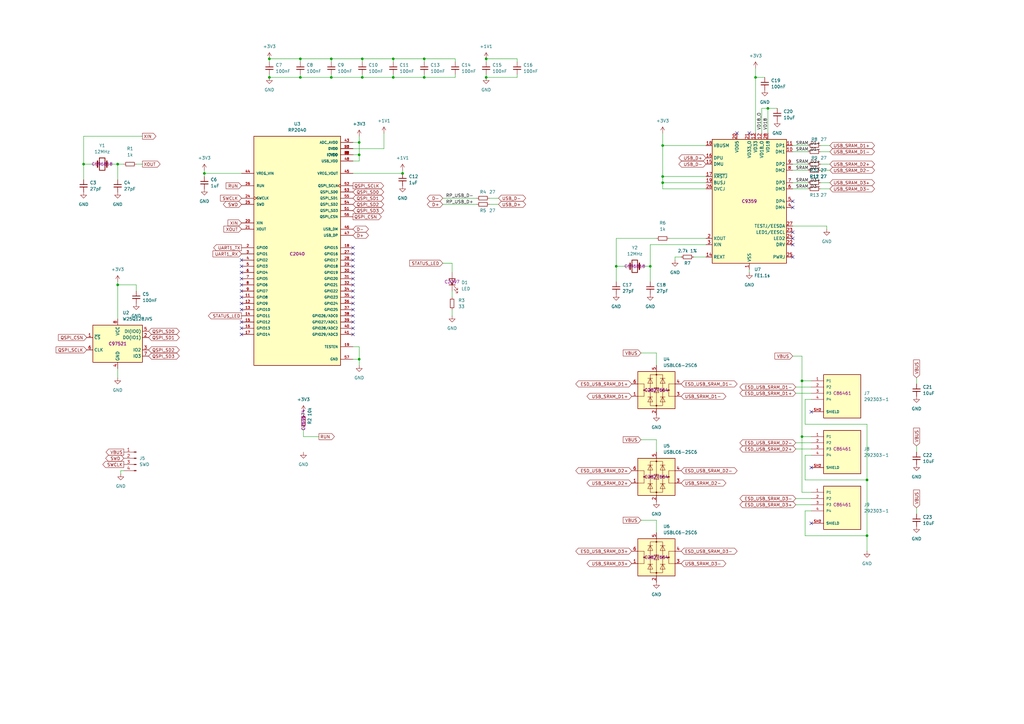
<source format=kicad_sch>
(kicad_sch (version 20211123) (generator eeschema)
  (paper "A3")
  (lib_symbols
    (symbol "292303-1:292303-1" (pin_names (offset 1.016))
      (property "Reference" "J" (at -7.62 8.636 0))
      (property "Value" "292303-1" (at -7.6454 -12.7254 0))
      (symbol "292303-1_0_0"
        (rectangle (start -7.62 -10.16) (end 7.62 7.62) (stroke (width 0.254)) (fill (type background)))
        (pin passive line (at -12.7 5.08 0) (length 5.08) (name "P1") (number "1"))
        (pin passive line (at -12.7 2.54 0) (length 5.08) (name "P2") (number "2"))
        (pin passive line (at -12.7 0 0) (length 5.08) (name "P3") (number "3"))
        (pin passive line (at -12.7 -2.54 0) (length 5.08) (name "P4") (number "4"))
        (pin passive line (at -12.7 -7.62 0) (length 5.08) (name "SHIELD") (number "SH1"))
        (pin passive line (at -12.7 -7.62 0) (length 5.08) (name "SHIELD") (number "SH2"))
      )
    )
    (symbol "Connector:Conn_01x04_Male" (pin_names (offset 1.016) hide)
      (property "Reference" "J" (at 0 5.08 0))
      (property "Value" "Conn_01x04_Male" (at 0 -7.62 0))
      (symbol "Conn_01x04_Male_1_1"
        (polyline (pts (xy 1.27 -5.08) (xy 0.8636 -5.08)) (stroke (width 0.1524)))
        (polyline (pts (xy 1.27 -2.54) (xy 0.8636 -2.54)) (stroke (width 0.1524)))
        (polyline (pts (xy 1.27 0) (xy 0.8636 0)) (stroke (width 0.1524)))
        (polyline (pts (xy 1.27 2.54) (xy 0.8636 2.54)) (stroke (width 0.1524)))
        (rectangle (start 0.8636 -4.953) (end 0 -5.207) (stroke (width 0.1524)) (fill (type outline)))
        (rectangle (start 0.8636 -2.413) (end 0 -2.667) (stroke (width 0.1524)) (fill (type outline)))
        (rectangle (start 0.8636 0.127) (end 0 -0.127) (stroke (width 0.1524)) (fill (type outline)))
        (rectangle (start 0.8636 2.667) (end 0 2.413) (stroke (width 0.1524)) (fill (type outline)))
        (pin passive line (at 5.08 2.54 180) (length 3.81) (name "Pin_1") (number "1"))
        (pin passive line (at 5.08 0 180) (length 3.81) (name "Pin_2") (number "2"))
        (pin passive line (at 5.08 -2.54 180) (length 3.81) (name "Pin_3") (number "3"))
        (pin passive line (at 5.08 -5.08 180) (length 3.81) (name "Pin_4") (number "4"))
      )
    )
    (symbol "Device:C_Small" (pin_numbers hide) (pin_names (offset 0.254) hide)
      (property "Reference" "C" (at 0.254 1.778 0))
      (property "Value" "C_Small" (at 0.254 -2.032 0))
      (symbol "C_Small_0_1"
        (polyline (pts (xy -1.524 -0.508) (xy 1.524 -0.508)) (stroke (width 0.3302)))
        (polyline (pts (xy -1.524 0.508) (xy 1.524 0.508)) (stroke (width 0.3048)))
      )
      (symbol "C_Small_1_1"
        (pin passive line (at 0 2.54 270) (length 2.032) (name "~") (number "1"))
        (pin passive line (at 0 -2.54 90) (length 2.032) (name "~") (number "2"))
      )
    )
    (symbol "Device:Crystal" (pin_numbers hide) (pin_names (offset 1.016) hide)
      (property "Reference" "Y" (at 0 3.81 0))
      (property "Value" "Crystal" (at 0 -3.81 0))
      (symbol "Crystal_0_1"
        (rectangle (start -1.143 2.54) (end 1.143 -2.54) (stroke (width 0.3048)))
        (polyline (pts (xy -2.54 0) (xy -1.905 0)))
        (polyline (pts (xy -1.905 -1.27) (xy -1.905 1.27)) (stroke (width 0.508)))
        (polyline (pts (xy 1.905 -1.27) (xy 1.905 1.27)) (stroke (width 0.508)))
        (polyline (pts (xy 2.54 0) (xy 1.905 0)))
      )
      (symbol "Crystal_1_1"
        (pin passive line (at -3.81 0 0) (length 1.27) (name "1") (number "1"))
        (pin passive line (at 3.81 0 180) (length 1.27) (name "2") (number "2"))
      )
    )
    (symbol "Device:LED" (pin_numbers hide) (pin_names (offset 1.016) hide)
      (property "Reference" "D" (at 0 2.54 0))
      (property "Value" "LED" (at 0 -2.54 0))
      (symbol "LED_0_1"
        (polyline (pts (xy -1.27 -1.27) (xy -1.27 1.27)) (stroke (width 0.254)))
        (polyline (pts (xy -1.27 0) (xy 1.27 0)))
        (polyline (pts (xy 1.27 -1.27) (xy 1.27 1.27) (xy -1.27 0) (xy 1.27 -1.27)) (stroke (width 0.254)))
        (polyline (pts (xy -3.048 -0.762) (xy -4.572 -2.286) (xy -3.81 -2.286) (xy -4.572 -2.286) (xy -4.572 -1.524)))
        (polyline (pts (xy -1.778 -0.762) (xy -3.302 -2.286) (xy -2.54 -2.286) (xy -3.302 -2.286) (xy -3.302 -1.524)))
      )
      (symbol "LED_1_1"
        (pin passive line (at -3.81 0 0) (length 2.54) (name "K") (number "1"))
        (pin passive line (at 3.81 0 180) (length 2.54) (name "A") (number "2"))
      )
    )
    (symbol "Device:R_Small" (pin_numbers hide) (pin_names (offset 0.254) hide)
      (property "Reference" "R" (at 0.762 0.508 0))
      (property "Value" "R_Small" (at 0.762 -1.016 0))
      (symbol "R_Small_0_1"
        (rectangle (start -0.762 1.778) (end 0.762 -1.778) (stroke (width 0.2032)))
      )
      (symbol "R_Small_1_1"
        (pin passive line (at 0 2.54 270) (length 0.762) (name "~") (number "1"))
        (pin passive line (at 0 -2.54 90) (length 0.762) (name "~") (number "2"))
      )
    )
    (symbol "Interface_USB:FE1.1s"
      (property "Reference" "U" (at -11.43 26.67 0))
      (property "Value" "FE1.1s" (at 12.7 27.94 0))
      (symbol "FE1.1s_0_1"
        (rectangle (start -15.24 25.4) (end 15.24 -25.4) (stroke (width 0.254)) (fill (type background)))
      )
      (symbol "FE1.1s_1_1"
        (pin power_in line (at 0 -27.94 90) (length 2.54) (name "VSS") (number "1"))
        (pin bidirectional line (at 17.78 20.32 180) (length 2.54) (name "DM1") (number "10"))
        (pin bidirectional line (at 17.78 22.86 180) (length 2.54) (name "DP1") (number "11"))
        (pin power_out line (at 5.08 27.94 270) (length 2.54) (name "VD18_O") (number "12"))
        (pin power_in line (at 2.54 27.94 270) (length 2.54) (name "VD33") (number "13"))
        (pin passive line (at -17.78 -22.86 0) (length 2.54) (name "REXT") (number "14"))
        (pin bidirectional line (at -17.78 15.24 0) (length 2.54) (name "DMU") (number "15"))
        (pin bidirectional line (at -17.78 17.78 0) (length 2.54) (name "DPU") (number "16"))
        (pin input line (at -17.78 10.16 0) (length 2.54) (name "~{XRSTJ}") (number "17"))
        (pin input line (at -17.78 22.86 0) (length 2.54) (name "VBUSM") (number "18"))
        (pin input line (at -17.78 7.62 0) (length 2.54) (name "BUSJ") (number "19"))
        (pin output line (at -17.78 -15.24 0) (length 2.54) (name "XOUT") (number "2"))
        (pin power_in line (at -5.08 27.94 270) (length 2.54) (name "VDD5") (number "20"))
        (pin power_out line (at 0 27.94 270) (length 2.54) (name "VD33_O") (number "21"))
        (pin bidirectional line (at 17.78 -17.78 180) (length 2.54) (name "DRV") (number "22"))
        (pin bidirectional line (at 17.78 -12.7 180) (length 2.54) (name "LED1/EESCL") (number "23"))
        (pin bidirectional line (at 17.78 -15.24 180) (length 2.54) (name "LED2") (number "24"))
        (pin output line (at 17.78 -22.86 180) (length 2.54) (name "PWRJ") (number "25"))
        (pin input line (at -17.78 5.08 0) (length 2.54) (name "OVCJ") (number "26"))
        (pin bidirectional line (at 17.78 -10.16 180) (length 2.54) (name "TESTJ/EESDA") (number "27"))
        (pin power_in line (at 7.62 27.94 270) (length 2.54) (name "VD18") (number "28"))
        (pin input line (at -17.78 -17.78 0) (length 2.54) (name "XIN") (number "3"))
        (pin bidirectional line (at 17.78 -2.54 180) (length 2.54) (name "DM4") (number "4"))
        (pin bidirectional line (at 17.78 0 180) (length 2.54) (name "DP4") (number "5"))
        (pin bidirectional line (at 17.78 5.08 180) (length 2.54) (name "DM3") (number "6"))
        (pin bidirectional line (at 17.78 7.62 180) (length 2.54) (name "DP3") (number "7"))
        (pin bidirectional line (at 17.78 12.7 180) (length 2.54) (name "DM2") (number "8"))
        (pin bidirectional line (at 17.78 15.24 180) (length 2.54) (name "DP2") (number "9"))
      )
    )
    (symbol "Memory_Flash:W25Q128JVS"
      (property "Reference" "U" (at -8.89 8.89 0))
      (property "Value" "W25Q128JVS" (at 7.62 8.89 0))
      (symbol "W25Q128JVS_0_1"
        (rectangle (start -10.16 7.62) (end 10.16 -7.62) (stroke (width 0.254)) (fill (type background)))
      )
      (symbol "W25Q128JVS_1_1"
        (pin input line (at -12.7 2.54 0) (length 2.54) (name "~{CS}") (number "1"))
        (pin bidirectional line (at 12.7 2.54 180) (length 2.54) (name "DO(IO1)") (number "2"))
        (pin bidirectional line (at 12.7 -2.54 180) (length 2.54) (name "IO2") (number "3"))
        (pin power_in line (at 0 -10.16 90) (length 2.54) (name "GND") (number "4"))
        (pin bidirectional line (at 12.7 5.08 180) (length 2.54) (name "DI(IO0)") (number "5"))
        (pin input line (at -12.7 -2.54 0) (length 2.54) (name "CLK") (number "6"))
        (pin bidirectional line (at 12.7 -5.08 180) (length 2.54) (name "IO3") (number "7"))
        (pin power_in line (at 0 10.16 270) (length 2.54) (name "VCC") (number "8"))
      )
    )
    (symbol "Power_Protection:USBLC6-2SC6" (pin_names hide)
      (property "Reference" "U" (at 2.54 8.89 0))
      (property "Value" "USBLC6-2SC6" (at 2.54 -8.89 0))
      (symbol "USBLC6-2SC6_0_1"
        (rectangle (start -7.62 -7.62) (end 7.62 7.62) (stroke (width 0.254)) (fill (type background)))
        (circle (center -5.08 0) (radius 0.254) (fill (type outline)))
        (circle (center -2.54 0) (radius 0.254) (fill (type outline)))
        (rectangle (start -2.54 6.35) (end 2.54 -6.35))
        (circle (center 0 -6.35) (radius 0.254) (fill (type outline)))
        (polyline (pts (xy -5.08 -2.54) (xy -7.62 -2.54)))
        (polyline (pts (xy -5.08 0) (xy -5.08 -2.54)))
        (polyline (pts (xy -5.08 2.54) (xy -7.62 2.54)))
        (polyline (pts (xy -1.524 -2.794) (xy -3.556 -2.794)))
        (polyline (pts (xy -1.524 4.826) (xy -3.556 4.826)))
        (polyline (pts (xy 0 -7.62) (xy 0 -6.35)))
        (polyline (pts (xy 0 -6.35) (xy 0 1.27)))
        (polyline (pts (xy 0 1.27) (xy 0 6.35)))
        (polyline (pts (xy 0 6.35) (xy 0 7.62)))
        (polyline (pts (xy 1.524 -2.794) (xy 3.556 -2.794)))
        (polyline (pts (xy 1.524 4.826) (xy 3.556 4.826)))
        (polyline (pts (xy 5.08 -2.54) (xy 7.62 -2.54)))
        (polyline (pts (xy 5.08 0) (xy 5.08 -2.54)))
        (polyline (pts (xy 5.08 2.54) (xy 7.62 2.54)))
        (polyline (pts (xy -2.54 0) (xy -5.08 0) (xy -5.08 2.54)))
        (polyline (pts (xy 2.54 0) (xy 5.08 0) (xy 5.08 2.54)))
        (polyline (pts (xy -3.556 -4.826) (xy -1.524 -4.826) (xy -2.54 -2.794) (xy -3.556 -4.826)))
        (polyline (pts (xy -3.556 2.794) (xy -1.524 2.794) (xy -2.54 4.826) (xy -3.556 2.794)))
        (polyline (pts (xy -1.016 -1.016) (xy 1.016 -1.016) (xy 0 1.016) (xy -1.016 -1.016)))
        (polyline (pts (xy 1.016 1.016) (xy 0.762 1.016) (xy -1.016 1.016) (xy -1.016 0.508)))
        (polyline (pts (xy 3.556 -4.826) (xy 1.524 -4.826) (xy 2.54 -2.794) (xy 3.556 -4.826)))
        (polyline (pts (xy 3.556 2.794) (xy 1.524 2.794) (xy 2.54 4.826) (xy 3.556 2.794)))
        (circle (center 0 6.35) (radius 0.254) (fill (type outline)))
        (circle (center 2.54 0) (radius 0.254) (fill (type outline)))
        (circle (center 5.08 0) (radius 0.254) (fill (type outline)))
      )
      (symbol "USBLC6-2SC6_1_1"
        (pin passive line (at -10.16 -2.54 0) (length 2.54) (name "I/O1") (number "1"))
        (pin passive line (at 0 -10.16 90) (length 2.54) (name "GND") (number "2"))
        (pin passive line (at 10.16 -2.54 180) (length 2.54) (name "I/O2") (number "3"))
        (pin passive line (at 10.16 2.54 180) (length 2.54) (name "I/O2") (number "4"))
        (pin passive line (at 0 10.16 270) (length 2.54) (name "VBUS") (number "5"))
        (pin passive line (at -10.16 2.54 0) (length 2.54) (name "I/O1") (number "6"))
      )
    )
    (symbol "RP2040:RP2040" (pin_names (offset 1.016))
      (property "Reference" "U" (at -17.78 50.8 0))
      (property "Value" "RP2040" (at -17.78 -48.26 0))
      (symbol "RP2040_0_0"
        (rectangle (start -17.78 -45.72) (end 17.78 48.26) (stroke (width 0.254)) (fill (type background)))
        (pin power_in line (at 22.86 40.64 180) (length 5.08) (name "IOVDD") (number "1"))
        (pin power_in line (at 22.86 40.64 180) (length 5.08) (name "IOVDD") (number "10"))
        (pin bidirectional line (at -22.86 -17.78 0) (length 5.08) (name "GPIO8") (number "11"))
        (pin bidirectional line (at -22.86 -20.32 0) (length 5.08) (name "GPIO9") (number "12"))
        (pin bidirectional line (at -22.86 -22.86 0) (length 5.08) (name "GPIO10") (number "13"))
        (pin bidirectional line (at -22.86 -25.4 0) (length 5.08) (name "GPIO11") (number "14"))
        (pin bidirectional line (at -22.86 -27.94 0) (length 5.08) (name "GPIO12") (number "15"))
        (pin bidirectional line (at -22.86 -30.48 0) (length 5.08) (name "GPIO13") (number "16"))
        (pin bidirectional line (at -22.86 -33.02 0) (length 5.08) (name "GPIO14") (number "17"))
        (pin bidirectional line (at 22.86 2.54 180) (length 5.08) (name "GPIO15") (number "18"))
        (pin passive line (at 22.86 -38.1 180) (length 5.08) (name "TESTEN") (number "19"))
        (pin bidirectional line (at -22.86 2.54 0) (length 5.08) (name "GPIO0") (number "2"))
        (pin input line (at -22.86 12.7 0) (length 5.08) (name "XIN") (number "20"))
        (pin output line (at -22.86 10.16 0) (length 5.08) (name "XOUT") (number "21"))
        (pin power_in line (at 22.86 40.64 180) (length 5.08) (name "IOVDD") (number "22"))
        (pin power_in line (at 22.86 43.18 180) (length 5.08) (name "DVDD") (number "23"))
        (pin input clock (at -22.86 22.86 0) (length 5.08) (name "SWCLK") (number "24"))
        (pin bidirectional line (at -22.86 20.32 0) (length 5.08) (name "SWD") (number "25"))
        (pin input line (at -22.86 27.94 0) (length 5.08) (name "RUN") (number "26"))
        (pin bidirectional line (at 22.86 0 180) (length 5.08) (name "GPIO16") (number "27"))
        (pin bidirectional line (at 22.86 -2.54 180) (length 5.08) (name "GPIO17") (number "28"))
        (pin bidirectional line (at 22.86 -5.08 180) (length 5.08) (name "GPIO18") (number "29"))
        (pin bidirectional line (at -22.86 0 0) (length 5.08) (name "GPIO1") (number "3"))
        (pin bidirectional line (at 22.86 -7.62 180) (length 5.08) (name "GPIO19") (number "30"))
        (pin bidirectional line (at 22.86 -10.16 180) (length 5.08) (name "GPIO20") (number "31"))
        (pin bidirectional line (at 22.86 -12.7 180) (length 5.08) (name "GPIO21") (number "32"))
        (pin power_in line (at 22.86 40.64 180) (length 5.08) (name "IOVDD") (number "33"))
        (pin bidirectional line (at 22.86 -15.24 180) (length 5.08) (name "GPIO22") (number "34"))
        (pin bidirectional line (at 22.86 -17.78 180) (length 5.08) (name "GPIO23") (number "35"))
        (pin bidirectional line (at 22.86 -20.32 180) (length 5.08) (name "GPIO24") (number "36"))
        (pin bidirectional line (at 22.86 -22.86 180) (length 5.08) (name "GPIO25") (number "37"))
        (pin bidirectional line (at 22.86 -25.4 180) (length 5.08) (name "GPIO26/ADC0") (number "38"))
        (pin bidirectional line (at 22.86 -27.94 180) (length 5.08) (name "GPIO27/ADC1") (number "39"))
        (pin bidirectional line (at -22.86 -2.54 0) (length 5.08) (name "GPIO2") (number "4"))
        (pin bidirectional line (at 22.86 -30.48 180) (length 5.08) (name "GPIO28/ADC2") (number "40"))
        (pin bidirectional line (at 22.86 -33.02 180) (length 5.08) (name "GPIO29/ADC3") (number "41"))
        (pin power_in line (at 22.86 40.64 180) (length 5.08) (name "IOVDD") (number "42"))
        (pin power_in line (at 22.86 45.72 180) (length 5.08) (name "ADC_AVDD") (number "43"))
        (pin input line (at -22.86 33.02 0) (length 5.08) (name "VREG_VIN") (number "44"))
        (pin output line (at 22.86 33.02 180) (length 5.08) (name "VREG_VOUT") (number "45"))
        (pin bidirectional line (at 22.86 10.16 180) (length 5.08) (name "USB_DM") (number "46"))
        (pin bidirectional line (at 22.86 7.62 180) (length 5.08) (name "USB_DP") (number "47"))
        (pin power_in line (at 22.86 38.1 180) (length 5.08) (name "USB_VDD") (number "48"))
        (pin power_in line (at 22.86 40.64 180) (length 5.08) (name "IOVDD") (number "49"))
        (pin bidirectional line (at -22.86 -5.08 0) (length 5.08) (name "GPIO3") (number "5"))
        (pin power_in line (at 22.86 43.18 180) (length 5.08) (name "DVDD") (number "50"))
        (pin bidirectional line (at 22.86 17.78 180) (length 5.08) (name "QSPI_SD3") (number "51"))
        (pin bidirectional clock (at 22.86 27.94 180) (length 5.08) (name "QSPI_SCLK") (number "52"))
        (pin bidirectional line (at 22.86 25.4 180) (length 5.08) (name "QSPI_SD0") (number "53"))
        (pin bidirectional line (at 22.86 20.32 180) (length 5.08) (name "QSPI_SD2") (number "54"))
        (pin bidirectional line (at 22.86 22.86 180) (length 5.08) (name "QSPI_SD1") (number "55"))
        (pin bidirectional line (at 22.86 15.24 180) (length 5.08) (name "QSPI_CSN") (number "56"))
        (pin power_in line (at 22.86 -43.18 180) (length 5.08) (name "GND") (number "57"))
        (pin bidirectional line (at -22.86 -7.62 0) (length 5.08) (name "GPIO4") (number "6"))
        (pin bidirectional line (at -22.86 -10.16 0) (length 5.08) (name "GPIO5") (number "7"))
        (pin bidirectional line (at -22.86 -12.7 0) (length 5.08) (name "GPIO6") (number "8"))
        (pin bidirectional line (at -22.86 -15.24 0) (length 5.08) (name "GPIO7") (number "9"))
      )
    )
    (symbol "power:+1V1" (power) (pin_names (offset 0))
      (property "Value" "+1V1" (at 0 3.556 0))
      (symbol "+1V1_0_1"
        (polyline (pts (xy -0.762 1.27) (xy 0 2.54)))
        (polyline (pts (xy 0 0) (xy 0 2.54)))
        (polyline (pts (xy 0 2.54) (xy 0.762 1.27)))
      )
      (symbol "+1V1_1_1"
        (pin power_in line (at 0 0 90) (length 0) hide (name "+1V1") (number "1"))
      )
    )
    (symbol "power:+3.3V" (power) (pin_names (offset 0))
      (property "Value" "+3.3V" (at 0 3.556 0))
      (symbol "+3.3V_0_1"
        (polyline (pts (xy -0.762 1.27) (xy 0 2.54)))
        (polyline (pts (xy 0 0) (xy 0 2.54)))
        (polyline (pts (xy 0 2.54) (xy 0.762 1.27)))
      )
      (symbol "+3.3V_1_1"
        (pin power_in line (at 0 0 90) (length 0) hide (name "+3V3") (number "1"))
      )
    )
    (symbol "power:GND" (power) (pin_names (offset 0))
      (property "Value" "GND" (at 0 -3.81 0))
      (symbol "GND_0_1"
        (polyline (pts (xy 0 0) (xy 0 -1.27) (xy 1.27 -1.27) (xy 0 -2.54) (xy -1.27 -1.27) (xy 0 -1.27)))
      )
      (symbol "GND_1_1"
        (pin power_in line (at 0 0 270) (length 0) hide (name "GND") (number "1"))
      )
    )
  )
  (junction (at 135.89 24.13))
  (junction (at 123.19 31.75))
  (junction (at 314.96 44.45))
  (junction (at 355.6 219.71))
  (junction (at 147.32 147.32))
  (junction (at 173.99 24.13))
  (junction (at 173.99 31.75))
  (junction (at 147.32 63.5))
  (junction (at 48.26 116.84))
  (junction (at 123.19 24.13))
  (junction (at 252.73 109.22))
  (junction (at 83.82 71.12))
  (junction (at 110.49 31.75))
  (junction (at 266.7 109.22))
  (junction (at 165.1 71.12))
  (junction (at 147.32 58.42))
  (junction (at 309.88 31.75))
  (junction (at 355.6 196.85))
  (junction (at 135.89 31.75))
  (junction (at 110.49 24.13))
  (junction (at 199.39 31.75))
  (junction (at 34.29 67.31))
  (junction (at 271.78 74.93))
  (junction (at 199.39 24.13))
  (junction (at 271.78 59.69))
  (junction (at 148.59 31.75))
  (junction (at 328.93 179.07))
  (junction (at 271.78 72.39))
  (junction (at 48.26 67.31))
  (junction (at 161.29 24.13))
  (junction (at 148.59 24.13))
  (junction (at 328.93 156.21))
  (junction (at 161.29 31.75))
  (no_connect (at 332.74 214.63))
  (no_connect (at 332.74 168.91))
  (no_connect (at 307.34 54.61))
  (no_connect (at 144.78 104.14))
  (no_connect (at 99.06 116.84))
  (no_connect (at 144.78 134.62))
  (no_connect (at 325.12 82.55))
  (no_connect (at 99.06 124.46))
  (no_connect (at 144.78 129.54))
  (no_connect (at 144.78 114.3))
  (no_connect (at 302.26 54.61))
  (no_connect (at 99.06 114.3))
  (no_connect (at 325.12 100.33))
  (no_connect (at 144.78 111.76))
  (no_connect (at 144.78 127))
  (no_connect (at 99.06 137.16))
  (no_connect (at 144.78 124.46))
  (no_connect (at 144.78 116.84))
  (no_connect (at 99.06 134.62))
  (no_connect (at 99.06 109.22))
  (no_connect (at 99.06 121.92))
  (no_connect (at 144.78 106.68))
  (no_connect (at 144.78 137.16))
  (no_connect (at 325.12 85.09))
  (no_connect (at 144.78 109.22))
  (no_connect (at 99.06 132.08))
  (no_connect (at 325.12 97.79))
  (no_connect (at 325.12 105.41))
  (no_connect (at 99.06 127))
  (no_connect (at 144.78 132.08))
  (no_connect (at 99.06 119.38))
  (no_connect (at 325.12 95.25))
  (no_connect (at 144.78 101.6))
  (no_connect (at 99.06 111.76))
  (no_connect (at 332.74 191.77))
  (no_connect (at 99.06 106.68))
  (no_connect (at 144.78 121.92))
  (no_connect (at 144.78 119.38))
  (wire (pts (xy 262.89 180.34) (xy 269.24 180.34)))
  (wire (pts (xy 328.93 179.07) (xy 328.93 201.93)))
  (wire (pts (xy 340.36 77.47) (xy 336.55 77.47)))
  (wire (pts (xy 58.42 55.88) (xy 34.29 55.88)))
  (wire (pts (xy 340.36 62.23) (xy 336.55 62.23)))
  (wire (pts (xy 186.69 25.4) (xy 186.69 24.13)))
  (wire (pts (xy 307.34 111.76) (xy 307.34 110.49)))
  (wire (pts (xy 309.88 31.75) (xy 313.69 31.75)))
  (wire (pts (xy 181.61 107.95) (xy 185.42 107.95)))
  (wire (pts (xy 340.36 74.93) (xy 336.55 74.93)))
  (wire (pts (xy 328.93 201.93) (xy 332.74 201.93)))
  (wire (pts (xy 328.93 179.07) (xy 332.74 179.07)))
  (wire (pts (xy 161.29 24.13) (xy 173.99 24.13)))
  (wire (pts (xy 355.6 219.71) (xy 355.6 226.06)))
  (wire (pts (xy 314.96 44.45) (xy 318.77 44.45)))
  (wire (pts (xy 48.26 151.13) (xy 48.26 154.94)))
  (wire (pts (xy 266.7 100.33) (xy 266.7 109.22)))
  (wire (pts (xy 147.32 147.32) (xy 147.32 149.86)))
  (wire (pts (xy 375.92 182.88) (xy 375.92 185.42)))
  (wire (pts (xy 173.99 24.13) (xy 186.69 24.13)))
  (wire (pts (xy 186.69 30.48) (xy 186.69 31.75)))
  (wire (pts (xy 181.61 81.28) (xy 195.58 81.28)))
  (wire (pts (xy 266.7 109.22) (xy 266.7 115.57)))
  (wire (pts (xy 271.78 59.69) (xy 271.78 72.39)))
  (wire (pts (xy 147.32 55.88) (xy 147.32 58.42)))
  (wire (pts (xy 110.49 30.48) (xy 110.49 31.75)))
  (wire (pts (xy 147.32 63.5) (xy 147.32 66.04)))
  (wire (pts (xy 328.93 156.21) (xy 332.74 156.21)))
  (wire (pts (xy 309.88 27.94) (xy 309.88 31.75)))
  (wire (pts (xy 212.09 25.4) (xy 212.09 24.13)))
  (wire (pts (xy 48.26 116.84) (xy 48.26 130.81)))
  (wire (pts (xy 135.89 24.13) (xy 148.59 24.13)))
  (wire (pts (xy 271.78 54.61) (xy 271.78 59.69)))
  (wire (pts (xy 331.47 59.69) (xy 325.12 59.69)))
  (wire (pts (xy 271.78 72.39) (xy 289.56 72.39)))
  (wire (pts (xy 326.39 161.29) (xy 332.74 161.29)))
  (wire (pts (xy 269.24 180.34) (xy 269.24 185.42)))
  (wire (pts (xy 340.36 59.69) (xy 336.55 59.69)))
  (wire (pts (xy 355.6 173.99) (xy 355.6 196.85)))
  (wire (pts (xy 34.29 67.31) (xy 34.29 73.66)))
  (wire (pts (xy 55.88 119.38) (xy 55.88 116.84)))
  (wire (pts (xy 375.92 208.28) (xy 375.92 210.82)))
  (wire (pts (xy 212.09 31.75) (xy 199.39 31.75)))
  (wire (pts (xy 148.59 24.13) (xy 161.29 24.13)))
  (wire (pts (xy 326.39 204.47) (xy 332.74 204.47)))
  (wire (pts (xy 330.2 173.99) (xy 355.6 173.99)))
  (wire (pts (xy 173.99 25.4) (xy 173.99 24.13)))
  (wire (pts (xy 34.29 55.88) (xy 34.29 67.31)))
  (wire (pts (xy 328.93 146.05) (xy 328.93 156.21)))
  (wire (pts (xy 331.47 62.23) (xy 325.12 62.23)))
  (wire (pts (xy 375.92 154.94) (xy 375.92 157.48)))
  (wire (pts (xy 148.59 30.48) (xy 148.59 31.75)))
  (wire (pts (xy 38.1 67.31) (xy 34.29 67.31)))
  (wire (pts (xy 144.78 58.42) (xy 147.32 58.42)))
  (wire (pts (xy 355.6 196.85) (xy 355.6 219.71)))
  (wire (pts (xy 325.12 92.71) (xy 339.09 92.71)))
  (wire (pts (xy 186.69 31.75) (xy 173.99 31.75)))
  (wire (pts (xy 262.89 213.36) (xy 269.24 213.36)))
  (wire (pts (xy 124.46 168.91) (xy 124.46 170.18)))
  (wire (pts (xy 289.56 100.33) (xy 266.7 100.33)))
  (wire (pts (xy 144.78 142.24) (xy 147.32 142.24)))
  (wire (pts (xy 123.19 25.4) (xy 123.19 24.13)))
  (wire (pts (xy 200.66 83.82) (xy 204.47 83.82)))
  (wire (pts (xy 330.2 163.83) (xy 332.74 163.83)))
  (wire (pts (xy 212.09 30.48) (xy 212.09 31.75)))
  (wire (pts (xy 330.2 209.55) (xy 330.2 219.71)))
  (wire (pts (xy 276.86 105.41) (xy 279.4 105.41)))
  (wire (pts (xy 55.88 67.31) (xy 58.42 67.31)))
  (wire (pts (xy 271.78 59.69) (xy 289.56 59.69)))
  (wire (pts (xy 161.29 31.75) (xy 148.59 31.75)))
  (wire (pts (xy 325.12 146.05) (xy 328.93 146.05)))
  (wire (pts (xy 135.89 30.48) (xy 135.89 31.75)))
  (wire (pts (xy 256.54 109.22) (xy 252.73 109.22)))
  (wire (pts (xy 185.42 127) (xy 185.42 129.54)))
  (wire (pts (xy 48.26 67.31) (xy 48.26 73.66)))
  (wire (pts (xy 340.36 69.85) (xy 336.55 69.85)))
  (wire (pts (xy 269.24 213.36) (xy 269.24 218.44)))
  (wire (pts (xy 326.39 207.01) (xy 332.74 207.01)))
  (wire (pts (xy 326.39 158.75) (xy 332.74 158.75)))
  (wire (pts (xy 312.42 54.61) (xy 312.42 44.45)))
  (wire (pts (xy 269.24 97.79) (xy 252.73 97.79)))
  (wire (pts (xy 271.78 74.93) (xy 271.78 72.39)))
  (wire (pts (xy 123.19 24.13) (xy 110.49 24.13)))
  (wire (pts (xy 269.24 144.78) (xy 269.24 149.86)))
  (wire (pts (xy 49.53 193.04) (xy 50.8 193.04)))
  (wire (pts (xy 340.36 67.31) (xy 336.55 67.31)))
  (wire (pts (xy 326.39 184.15) (xy 332.74 184.15)))
  (wire (pts (xy 144.78 60.96) (xy 157.48 60.96)))
  (wire (pts (xy 331.47 74.93) (xy 325.12 74.93)))
  (wire (pts (xy 147.32 58.42) (xy 147.32 63.5)))
  (wire (pts (xy 148.59 25.4) (xy 148.59 24.13)))
  (wire (pts (xy 161.29 30.48) (xy 161.29 31.75)))
  (wire (pts (xy 312.42 44.45) (xy 314.96 44.45)))
  (wire (pts (xy 330.2 173.99) (xy 330.2 163.83)))
  (wire (pts (xy 144.78 71.12) (xy 165.1 71.12)))
  (wire (pts (xy 55.88 116.84) (xy 48.26 116.84)))
  (wire (pts (xy 144.78 147.32) (xy 147.32 147.32)))
  (wire (pts (xy 135.89 31.75) (xy 123.19 31.75)))
  (wire (pts (xy 274.32 97.79) (xy 289.56 97.79)))
  (wire (pts (xy 289.56 74.93) (xy 271.78 74.93)))
  (wire (pts (xy 123.19 24.13) (xy 135.89 24.13)))
  (wire (pts (xy 83.82 69.85) (xy 83.82 71.12)))
  (wire (pts (xy 330.2 219.71) (xy 355.6 219.71)))
  (wire (pts (xy 124.46 175.26) (xy 124.46 179.07)))
  (wire (pts (xy 49.53 194.31) (xy 49.53 193.04)))
  (wire (pts (xy 45.72 67.31) (xy 48.26 67.31)))
  (wire (pts (xy 199.39 25.4) (xy 199.39 24.13)))
  (wire (pts (xy 144.78 63.5) (xy 147.32 63.5)))
  (wire (pts (xy 83.82 72.39) (xy 83.82 71.12)))
  (wire (pts (xy 147.32 66.04) (xy 144.78 66.04)))
  (wire (pts (xy 328.93 156.21) (xy 328.93 179.07)))
  (wire (pts (xy 123.19 31.75) (xy 110.49 31.75)))
  (wire (pts (xy 332.74 186.69) (xy 330.2 186.69)))
  (wire (pts (xy 135.89 25.4) (xy 135.89 24.13)))
  (wire (pts (xy 212.09 24.13) (xy 199.39 24.13)))
  (wire (pts (xy 331.47 77.47) (xy 325.12 77.47)))
  (wire (pts (xy 264.16 109.22) (xy 266.7 109.22)))
  (wire (pts (xy 314.96 44.45) (xy 314.96 54.61)))
  (wire (pts (xy 200.66 81.28) (xy 204.47 81.28)))
  (wire (pts (xy 48.26 67.31) (xy 50.8 67.31)))
  (wire (pts (xy 161.29 25.4) (xy 161.29 24.13)))
  (wire (pts (xy 252.73 97.79) (xy 252.73 109.22)))
  (wire (pts (xy 185.42 119.38) (xy 185.42 121.92)))
  (wire (pts (xy 284.48 105.41) (xy 289.56 105.41)))
  (wire (pts (xy 83.82 71.12) (xy 99.06 71.12)))
  (wire (pts (xy 331.47 69.85) (xy 325.12 69.85)))
  (wire (pts (xy 148.59 31.75) (xy 135.89 31.75)))
  (wire (pts (xy 173.99 31.75) (xy 161.29 31.75)))
  (wire (pts (xy 185.42 107.95) (xy 185.42 111.76)))
  (wire (pts (xy 157.48 60.96) (xy 157.48 54.61)))
  (wire (pts (xy 48.26 115.57) (xy 48.26 116.84)))
  (wire (pts (xy 110.49 24.13) (xy 110.49 25.4)))
  (wire (pts (xy 199.39 30.48) (xy 199.39 31.75)))
  (wire (pts (xy 289.56 77.47) (xy 271.78 77.47)))
  (wire (pts (xy 181.61 83.82) (xy 195.58 83.82)))
  (wire (pts (xy 326.39 181.61) (xy 332.74 181.61)))
  (wire (pts (xy 165.1 71.12) (xy 165.1 69.85)))
  (wire (pts (xy 147.32 142.24) (xy 147.32 147.32)))
  (wire (pts (xy 309.88 31.75) (xy 309.88 54.61)))
  (wire (pts (xy 124.46 179.07) (xy 130.81 179.07)))
  (wire (pts (xy 332.74 209.55) (xy 330.2 209.55)))
  (wire (pts (xy 173.99 30.48) (xy 173.99 31.75)))
  (wire (pts (xy 331.47 67.31) (xy 325.12 67.31)))
  (wire (pts (xy 271.78 74.93) (xy 271.78 77.47)))
  (wire (pts (xy 330.2 196.85) (xy 355.6 196.85)))
  (wire (pts (xy 330.2 186.69) (xy 330.2 196.85)))
  (wire (pts (xy 262.89 144.78) (xy 269.24 144.78)))
  (wire (pts (xy 276.86 106.68) (xy 276.86 105.41)))
  (wire (pts (xy 339.09 92.71) (xy 339.09 93.98)))
  (wire (pts (xy 252.73 109.22) (xy 252.73 115.57)))
  (wire (pts (xy 123.19 30.48) (xy 123.19 31.75)))
  (label "RP_USB_D+" (at 182.88 83.82 0))
  (label "SRAM_D3+" (at 326.39 74.93 0))
  (label "SRAM_D1-" (at 326.39 62.23 0))
  (label "SRAM_D3-" (at 326.39 77.47 0))
  (label "VD18" (at 314.96 53.34 90))
  (label "SRAM_D2-" (at 326.39 69.85 0))
  (label "SRAM_D2+" (at 326.39 67.31 0))
  (label "SRAM_D1+" (at 326.39 59.69 0))
  (label "VD18_O" (at 312.42 53.34 90))
  (label "RP_USB_D-" (at 182.88 81.28 0))
  (global_label "D-" (shape bidirectional) (at 144.78 93.98 0) (property "Intersheet References" "${INTERSHEET_REFS}" (effects hide)))
  (global_label "ESD_USB_SRAM_D3+" (shape bidirectional) (at 326.39 207.01 180) (property "Intersheet References" "${INTERSHEET_REFS}" (effects hide)))
  (global_label "QSPI_SD3" (shape bidirectional) (at 144.78 86.36 0) (property "Intersheet References" "${INTERSHEET_REFS}" (effects hide)))
  (global_label "VBUS" (shape input) (at 375.92 208.28 90) (property "Intersheet References" "${INTERSHEET_REFS}" (effects hide)))
  (global_label "QSPI_SD2" (shape bidirectional) (at 144.78 83.82 0) (property "Intersheet References" "${INTERSHEET_REFS}" (effects hide)))
  (global_label "QSPI_SD0" (shape bidirectional) (at 144.78 78.74 0) (property "Intersheet References" "${INTERSHEET_REFS}" (effects hide)))
  (global_label "VBUS" (shape input) (at 375.92 182.88 90) (property "Intersheet References" "${INTERSHEET_REFS}" (effects hide)))
  (global_label "VBUS" (shape output) (at 50.8 185.42 180) (property "Intersheet References" "${INTERSHEET_REFS}" (effects hide)))
  (global_label "ESD_USB_SRAM_D1+" (shape bidirectional) (at 259.08 157.48 180) (property "Intersheet References" "${INTERSHEET_REFS}" (effects hide)))
  (global_label "VBUS" (shape input) (at 262.89 144.78 180) (property "Intersheet References" "${INTERSHEET_REFS}" (effects hide)))
  (global_label "QSPI_SD1" (shape bidirectional) (at 144.78 81.28 0) (property "Intersheet References" "${INTERSHEET_REFS}" (effects hide)))
  (global_label "XOUT" (shape input) (at 99.06 93.98 180) (property "Intersheet References" "${INTERSHEET_REFS}" (effects hide)))
  (global_label "XIN" (shape input) (at 99.06 91.44 180) (property "Intersheet References" "${INTERSHEET_REFS}" (effects hide)))
  (global_label "XOUT" (shape output) (at 58.42 67.31 0) (property "Intersheet References" "${INTERSHEET_REFS}" (effects hide)))
  (global_label "USB_SRAM_D3+" (shape bidirectional) (at 259.08 231.14 180) (property "Intersheet References" "${INTERSHEET_REFS}" (effects hide)))
  (global_label "STATUS_LED" (shape input) (at 181.61 107.95 180) (property "Intersheet References" "${INTERSHEET_REFS}" (effects hide)))
  (global_label "ESD_USB_SRAM_D2-" (shape bidirectional) (at 279.4 193.04 0) (property "Intersheet References" "${INTERSHEET_REFS}" (effects hide)))
  (global_label "VBUS" (shape input) (at 325.12 146.05 180) (property "Intersheet References" "${INTERSHEET_REFS}" (effects hide)))
  (global_label "USB_SRAM_D1-" (shape bidirectional) (at 340.36 62.23 0) (property "Intersheet References" "${INTERSHEET_REFS}" (effects hide)))
  (global_label "UART1_TX" (shape output) (at 99.06 101.6 180) (property "Intersheet References" "${INTERSHEET_REFS}" (effects hide)))
  (global_label "QSPI_CSN" (shape output) (at 144.78 88.9 0) (property "Intersheet References" "${INTERSHEET_REFS}" (effects hide)))
  (global_label "UART1_RX" (shape input) (at 99.06 104.14 180) (property "Intersheet References" "${INTERSHEET_REFS}" (effects hide)))
  (global_label "QSPI_CSN" (shape input) (at 35.56 138.43 180) (property "Intersheet References" "${INTERSHEET_REFS}" (effects hide)))
  (global_label "USB_D-" (shape bidirectional) (at 289.56 67.31 180) (property "Intersheet References" "${INTERSHEET_REFS}" (effects hide)))
  (global_label "QSPI_SD2" (shape bidirectional) (at 60.96 143.51 0) (property "Intersheet References" "${INTERSHEET_REFS}" (effects hide)))
  (global_label "USB_D+" (shape bidirectional) (at 204.47 83.82 0) (property "Intersheet References" "${INTERSHEET_REFS}" (effects hide)))
  (global_label "VBUS" (shape input) (at 375.92 154.94 90) (property "Intersheet References" "${INTERSHEET_REFS}" (effects hide)))
  (global_label "USB_SRAM_D2+" (shape bidirectional) (at 259.08 198.12 180) (property "Intersheet References" "${INTERSHEET_REFS}" (effects hide)))
  (global_label "ESD_USB_SRAM_D1-" (shape bidirectional) (at 326.39 158.75 180) (property "Intersheet References" "${INTERSHEET_REFS}" (effects hide)))
  (global_label "XIN" (shape output) (at 58.42 55.88 0) (property "Intersheet References" "${INTERSHEET_REFS}" (effects hide)))
  (global_label "RUN" (shape input) (at 99.06 76.2 180) (property "Intersheet References" "${INTERSHEET_REFS}" (effects hide)))
  (global_label "D-" (shape bidirectional) (at 181.61 81.28 180) (property "Intersheet References" "${INTERSHEET_REFS}" (effects hide)))
  (global_label "STATUS_LED" (shape output) (at 99.06 129.54 180) (property "Intersheet References" "${INTERSHEET_REFS}" (effects hide)))
  (global_label "ESD_USB_SRAM_D1-" (shape bidirectional) (at 279.4 157.48 0) (property "Intersheet References" "${INTERSHEET_REFS}" (effects hide)))
  (global_label "QSPI_SD1" (shape bidirectional) (at 60.96 138.43 0) (property "Intersheet References" "${INTERSHEET_REFS}" (effects hide)))
  (global_label "VBUS" (shape input) (at 262.89 180.34 180) (property "Intersheet References" "${INTERSHEET_REFS}" (effects hide)))
  (global_label "D+" (shape bidirectional) (at 181.61 83.82 180) (property "Intersheet References" "${INTERSHEET_REFS}" (effects hide)))
  (global_label "ESD_USB_SRAM_D3-" (shape bidirectional) (at 326.39 204.47 180) (property "Intersheet References" "${INTERSHEET_REFS}" (effects hide)))
  (global_label "USB_SRAM_D2-" (shape bidirectional) (at 340.36 69.85 0) (property "Intersheet References" "${INTERSHEET_REFS}" (effects hide)))
  (global_label "D+" (shape bidirectional) (at 144.78 96.52 0) (property "Intersheet References" "${INTERSHEET_REFS}" (effects hide)))
  (global_label "SWD" (shape bidirectional) (at 50.8 187.96 180) (property "Intersheet References" "${INTERSHEET_REFS}" (effects hide)))
  (global_label "ESD_USB_SRAM_D3-" (shape bidirectional) (at 279.4 226.06 0) (property "Intersheet References" "${INTERSHEET_REFS}" (effects hide)))
  (global_label "ESD_USB_SRAM_D2+" (shape bidirectional) (at 326.39 184.15 180) (property "Intersheet References" "${INTERSHEET_REFS}" (effects hide)))
  (global_label "USB_SRAM_D3-" (shape bidirectional) (at 340.36 77.47 0) (property "Intersheet References" "${INTERSHEET_REFS}" (effects hide)))
  (global_label "USB_D+" (shape bidirectional) (at 289.56 64.77 180) (property "Intersheet References" "${INTERSHEET_REFS}" (effects hide)))
  (global_label "ESD_USB_SRAM_D3+" (shape bidirectional) (at 259.08 226.06 180) (property "Intersheet References" "${INTERSHEET_REFS}" (effects hide)))
  (global_label "USB_SRAM_D1+" (shape bidirectional) (at 259.08 162.56 180) (property "Intersheet References" "${INTERSHEET_REFS}" (effects hide)))
  (global_label "ESD_USB_SRAM_D2+" (shape bidirectional) (at 259.08 193.04 180) (property "Intersheet References" "${INTERSHEET_REFS}" (effects hide)))
  (global_label "USB_D-" (shape bidirectional) (at 204.47 81.28 0) (property "Intersheet References" "${INTERSHEET_REFS}" (effects hide)))
  (global_label "USB_SRAM_D1+" (shape bidirectional) (at 340.36 59.69 0) (property "Intersheet References" "${INTERSHEET_REFS}" (effects hide)))
  (global_label "QSPI_SD0" (shape bidirectional) (at 60.96 135.89 0) (property "Intersheet References" "${INTERSHEET_REFS}" (effects hide)))
  (global_label "USB_SRAM_D3-" (shape bidirectional) (at 279.4 231.14 0) (property "Intersheet References" "${INTERSHEET_REFS}" (effects hide)))
  (global_label "ESD_USB_SRAM_D1+" (shape bidirectional) (at 326.39 161.29 180) (property "Intersheet References" "${INTERSHEET_REFS}" (effects hide)))
  (global_label "ESD_USB_SRAM_D2-" (shape bidirectional) (at 326.39 181.61 180) (property "Intersheet References" "${INTERSHEET_REFS}" (effects hide)))
  (global_label "QSPI_SCLK" (shape output) (at 144.78 76.2 0) (property "Intersheet References" "${INTERSHEET_REFS}" (effects hide)))
  (global_label "SWCLK" (shape output) (at 50.8 190.5 180) (property "Intersheet References" "${INTERSHEET_REFS}" (effects hide)))
  (global_label "SWD" (shape bidirectional) (at 99.06 83.82 180) (property "Intersheet References" "${INTERSHEET_REFS}" (effects hide)))
  (global_label "QSPI_SD3" (shape bidirectional) (at 60.96 146.05 0) (property "Intersheet References" "${INTERSHEET_REFS}" (effects hide)))
  (global_label "QSPI_SCLK" (shape input) (at 35.56 143.51 180) (property "Intersheet References" "${INTERSHEET_REFS}" (effects hide)))
  (global_label "USB_SRAM_D2-" (shape bidirectional) (at 279.4 198.12 0) (property "Intersheet References" "${INTERSHEET_REFS}" (effects hide)))
  (global_label "USB_SRAM_D3+" (shape bidirectional) (at 340.36 74.93 0) (property "Intersheet References" "${INTERSHEET_REFS}" (effects hide)))
  (global_label "USB_SRAM_D1-" (shape bidirectional) (at 279.4 162.56 0) (property "Intersheet References" "${INTERSHEET_REFS}" (effects hide)))
  (global_label "VBUS" (shape input) (at 262.89 213.36 180) (property "Intersheet References" "${INTERSHEET_REFS}" (effects hide)))
  (global_label "USB_SRAM_D2+" (shape bidirectional) (at 340.36 67.31 0) (property "Intersheet References" "${INTERSHEET_REFS}" (effects hide)))
  (global_label "RUN" (shape output) (at 130.81 179.07 0) (property "Intersheet References" "${INTERSHEET_REFS}" (effects hide)))
  (global_label "SWCLK" (shape input) (at 99.06 81.28 180) (property "Intersheet References" "${INTERSHEET_REFS}" (effects hide)))
  (symbol (lib_id "power:GND") (at 83.82 77.47 0) (unit 1)
    (property "Reference" "#PWR0113" (effects hide))
    (property "Value" "GND" (at 83.82 82.55 0))
  )
  (symbol (lib_id "Device:C_Small") (at 199.39 27.94 0) (unit 1)
    (property "Reference" "C15" (at 201.93 26.6762 0) (effects (justify left)))
    (property "Value" "100nF" (at 201.93 29.2162 0) (effects (justify left)))
    (property "Footprint" "Capacitor_SMD:C_0402_1005Metric" (effects hide))
    (property "LCSC" "C307331" (effects hide))
  )
  (symbol (lib_id "Device:C_Small") (at 55.88 121.92 0) (unit 1)
    (property "Reference" "C5" (at 58.42 120.6562 0) (effects (justify left)))
    (property "Value" "100nF" (at 58.42 123.1962 0) (effects (justify left)))
    (property "Footprint" "Capacitor_SMD:C_0402_1005Metric" (effects hide))
    (property "LCSC" "C307331" (effects hide))
  )
  (symbol (lib_id "power:GND") (at 269.24 170.18 0) (unit 1)
    (property "Reference" "#PWR0143" (effects hide))
    (property "Value" "GND" (at 269.24 175.26 0))
  )
  (symbol (lib_id "Device:R_Small") (at 334.01 67.31 90) (unit 1)
    (property "Reference" "R32" (at 334.01 69.85 90))
    (property "Value" "27" (at 337.82 69.85 90))
    (property "Footprint" "Resistor_SMD:R_0402_1005Metric" (effects hide))
  )
  (symbol (lib_id "Device:R_Small") (at 271.78 97.79 90) (unit 1)
    (property "Reference" "R6" (at 271.78 91.44 90))
    (property "Value" "1k" (at 271.78 93.98 90))
    (property "Footprint" "Resistor_SMD:R_0805_2012Metric" (effects hide))
  )
  (symbol (lib_id "power:GND") (at 339.09 93.98 0) (unit 1)
    (property "Reference" "#PWR0140" (effects hide))
    (property "Value" "GND" (at 339.09 99.06 0))
  )
  (symbol (lib_id "power:GND") (at 48.26 78.74 0) (unit 1)
    (property "Reference" "#PWR0114" (effects hide))
    (property "Value" "GND" (at 48.26 83.82 0))
  )
  (symbol (lib_id "power:GND") (at 313.69 36.83 0) (unit 1)
    (property "Reference" "#PWR0138" (effects hide))
    (property "Value" "GND" (at 313.69 41.91 0))
  )
  (symbol (lib_id "Device:R_Small") (at 281.94 105.41 90) (unit 1)
    (property "Reference" "R7" (at 281.94 107.95 90))
    (property "Value" "2.7k 1%" (at 281.94 102.87 90))
    (property "Footprint" "Resistor_SMD:R_0402_1005Metric" (effects hide))
    (property "LCSC" "C25885" (effects hide))
  )
  (symbol (lib_id "power:GND") (at 276.86 106.68 0) (unit 1)
    (property "Reference" "#PWR0130" (effects hide))
    (property "Value" "GND" (at 276.86 111.76 0))
  )
  (symbol (lib_id "Device:R_Small") (at 334.01 59.69 90) (unit 1)
    (property "Reference" "R8" (at 334.01 57.15 90))
    (property "Value" "27" (at 337.82 57.15 90))
    (property "Footprint" "Resistor_SMD:R_0402_1005Metric" (effects hide))
  )
  (symbol (lib_id "power:+3.3V") (at 309.88 27.94 0) (unit 1)
    (property "Reference" "#PWR0137" (effects hide))
    (property "Value" "+3.3V" (at 309.88 22.86 0))
  )
  (symbol (lib_id "power:GND") (at 48.26 154.94 0) (unit 1)
    (property "Reference" "#PWR0120" (effects hide))
    (property "Value" "GND" (at 48.26 160.02 0))
  )
  (symbol (lib_id "Connector:Conn_01x04_Male") (at 55.88 187.96 0) (mirror y) (unit 1)
    (property "Reference" "J5" (at 57.15 187.9599 0) (effects (justify right)))
    (property "Value" "SWD" (at 57.15 190.4999 0) (effects (justify right)))
    (property "Footprint" "Connector_PinHeader_2.54mm:PinHeader_1x04_P2.54mm_Vertical" (effects hide))
  )
  (symbol (lib_id "Device:C_Small") (at 161.29 27.94 0) (unit 1)
    (property "Reference" "C11" (at 163.83 26.6762 0) (effects (justify left)))
    (property "Value" "100nF" (at 163.83 29.2162 0) (effects (justify left)))
    (property "Footprint" "Capacitor_SMD:C_0402_1005Metric" (effects hide))
    (property "LCSC" "C307331" (effects hide))
  )
  (symbol (lib_id "Device:Crystal") (at 41.91 67.31 0) (unit 1)
    (property "Reference" "Y1" (at 41.91 59.69 0))
    (property "Value" "12MHz" (at 41.91 62.23 0))
    (property "Footprint" "Crystal:Crystal_SMD_HC49-SD" (effects hide))
    (property "LCPC" "C596818" (at 41.91 67.31 0))
  )
  (symbol (lib_id "Device:R_Small") (at 334.01 74.93 90) (unit 1)
    (property "Reference" "R12" (at 334.01 72.39 90))
    (property "Value" "27" (at 337.82 72.39 90))
    (property "Footprint" "Resistor_SMD:R_0402_1005Metric" (effects hide))
  )
  (symbol (lib_id "power:+1V1") (at 165.1 69.85 0) (unit 1)
    (property "Reference" "#PWR0125" (effects hide))
    (property "Value" "+1V1" (at 165.1 64.77 0))
  )
  (symbol (lib_id "292303-1:292303-1") (at 345.44 161.29 0) (unit 1)
    (property "Reference" "J7" (at 354.33 161.2899 0) (effects (justify left)))
    (property "Value" "292303-1" (at 354.33 163.8299 0) (effects (justify left)))
    (property "Footprint" "292303-1:TE_292303-1" (effects hide))
    (property "Comment" "292303-1" (effects hide))
    (property "LCPC" "C86461" (at 345.44 161.29 0))
  )
  (symbol (lib_id "power:+3.3V") (at 147.32 55.88 0) (unit 1)
    (property "Reference" "#PWR0116" (effects hide))
    (property "Value" "+3.3V" (at 147.32 50.8 0))
  )
  (symbol (lib_id "power:GND") (at 375.92 190.5 0) (unit 1)
    (property "Reference" "#PWR0132" (effects hide))
    (property "Value" "GND" (at 375.92 195.58 0))
  )
  (symbol (lib_id "Device:C_Small") (at 34.29 76.2 0) (unit 1)
    (property "Reference" "C3" (at 36.83 74.9362 0) (effects (justify left)))
    (property "Value" "27pF" (at 36.83 77.4762 0) (effects (justify left)))
    (property "Footprint" "Capacitor_SMD:C_0805_2012Metric" (effects hide))
  )
  (symbol (lib_id "Device:R_Small") (at 53.34 67.31 90) (unit 1)
    (property "Reference" "R1" (at 53.34 60.96 90))
    (property "Value" "1k" (at 53.34 63.5 90))
    (property "Footprint" "Resistor_SMD:R_0805_2012Metric" (effects hide))
  )
  (symbol (lib_id "power:GND") (at 147.32 149.86 0) (unit 1)
    (property "Reference" "#PWR0109" (effects hide))
    (property "Value" "GND" (at 147.32 154.94 0))
  )
  (symbol (lib_id "Device:C_Small") (at 48.26 76.2 0) (unit 1)
    (property "Reference" "C4" (at 50.8 74.9362 0) (effects (justify left)))
    (property "Value" "27pF" (at 50.8 77.4762 0) (effects (justify left)))
    (property "Footprint" "Capacitor_SMD:C_0805_2012Metric" (effects hide))
  )
  (symbol (lib_id "Device:R_Small") (at 334.01 69.85 90) (unit 1)
    (property "Reference" "R11" (at 334.01 72.39 90))
    (property "Value" "27" (at 337.82 72.39 90))
    (property "Footprint" "Resistor_SMD:R_0402_1005Metric" (effects hide))
  )
  (symbol (lib_id "292303-1:292303-1") (at 345.44 207.01 0) (unit 1)
    (property "Reference" "J9" (at 354.33 207.0099 0) (effects (justify left)))
    (property "Value" "292303-1" (at 354.33 209.5499 0) (effects (justify left)))
    (property "Footprint" "292303-1:TE_292303-1" (effects hide))
    (property "Comment" "292303-1" (effects hide))
    (property "LCPC" "C86461" (at 345.44 207.01 0))
  )
  (symbol (lib_id "power:+3.3V") (at 271.78 54.61 0) (unit 1)
    (property "Reference" "#PWR0136" (effects hide))
    (property "Value" "+3.3V" (at 271.78 49.53 0))
  )
  (symbol (lib_id "Device:C_Small") (at 318.77 46.99 0) (unit 1)
    (property "Reference" "C20" (at 321.31 45.7262 0) (effects (justify left)))
    (property "Value" "10uF" (at 321.31 48.2662 0) (effects (justify left)))
    (property "Footprint" "Capacitor_SMD:C_0402_1005Metric" (effects hide))
  )
  (symbol (lib_id "Memory_Flash:W25Q128JVS") (at 48.26 140.97 0) (unit 1)
    (property "Reference" "U2" (at 50.2794 128.27 0) (effects (justify left)))
    (property "Value" "W25Q128JVS" (at 50.2794 130.81 0) (effects (justify left)))
    (property "Footprint" "Package_SO:SOIC-8_5.23x5.23mm_P1.27mm" (effects hide))
    (property "Datasheet" "http://www.winbond.com/resource-files/w25q128jv_dtr%20revc%2003272018%20plus.pdf" (effects hide))
    (property "LCSC" "C97521" (at 48.26 140.97 0))
  )
  (symbol (lib_id "Device:C_Small") (at 266.7 118.11 0) (unit 1)
    (property "Reference" "C18" (at 269.24 116.8462 0) (effects (justify left)))
    (property "Value" "27pF" (at 269.24 119.3862 0) (effects (justify left)))
    (property "Footprint" "Capacitor_SMD:C_0805_2012Metric" (effects hide))
  )
  (symbol (lib_id "power:GND") (at 165.1 76.2 0) (unit 1)
    (property "Reference" "#PWR0126" (effects hide))
    (property "Value" "GND" (at 165.1 81.28 0))
  )
  (symbol (lib_id "Device:C_Small") (at 186.69 27.94 0) (unit 1)
    (property "Reference" "C14" (at 189.23 26.6762 0) (effects (justify left)))
    (property "Value" "100nF" (at 189.23 29.2162 0) (effects (justify left)))
    (property "Footprint" "Capacitor_SMD:C_0402_1005Metric" (effects hide))
    (property "LCSC" "C307331" (effects hide))
  )
  (symbol (lib_id "power:GND") (at 269.24 205.74 0) (unit 1)
    (property "Reference" "#PWR0141" (effects hide))
    (property "Value" "GND" (at 269.24 210.82 0))
  )
  (symbol (lib_id "292303-1:292303-1") (at 345.44 184.15 0) (unit 1)
    (property "Reference" "J8" (at 354.33 184.1499 0) (effects (justify left)))
    (property "Value" "292303-1" (at 354.33 186.6899 0) (effects (justify left)))
    (property "Footprint" "292303-1:TE_292303-1" (effects hide))
    (property "Comment" "292303-1" (effects hide))
    (property "LCPC" "C86461" (at 345.44 184.15 0))
  )
  (symbol (lib_id "power:+3.3V") (at 124.46 168.91 0) (unit 1)
    (property "Reference" "#PWR0107" (effects hide))
    (property "Value" "+3.3V" (at 124.46 163.83 0))
  )
  (symbol (lib_id "Device:R_Small") (at 198.12 81.28 90) (unit 1)
    (property "Reference" "R4" (at 198.12 78.74 90))
    (property "Value" "27" (at 201.93 78.74 90))
    (property "Footprint" "Resistor_SMD:R_0805_2012Metric" (effects hide))
  )
  (symbol (lib_id "Device:R_Small") (at 185.42 124.46 180) (unit 1)
    (property "Reference" "R3" (at 187.96 123.1899 0) (effects (justify right)))
    (property "Value" "33" (at 187.96 125.7299 0) (effects (justify right)))
    (property "Footprint" "Resistor_SMD:R_0805_2012Metric" (effects hide))
  )
  (symbol (lib_id "Device:R_Small") (at 124.46 172.72 180) (unit 1)
    (property "Reference" "R2" (at 127 172.72 90))
    (property "Value" "10k" (at 127 168.91 90))
    (property "Footprint" "Resistor_SMD:R_0402_1005Metric" (effects hide))
    (property "LCSC" " C269674" (at 124.46 172.72 90))
  )
  (symbol (lib_id "power:GND") (at 307.34 111.76 0) (unit 1)
    (property "Reference" "#PWR0139" (effects hide))
    (property "Value" "GND" (at 307.34 116.84 0))
  )
  (symbol (lib_id "Device:LED") (at 185.42 115.57 90) (unit 1)
    (property "Reference" "D1" (at 189.23 115.8874 90) (effects (justify right)))
    (property "Value" "LED" (at 189.23 118.4274 90) (effects (justify right)))
    (property "Footprint" "LED_SMD:LED_0805_2012Metric" (effects hide))
    (property "LCSC" "C2297" (at 185.42 115.57 90))
  )
  (symbol (lib_id "power:GND") (at 34.29 78.74 0) (unit 1)
    (property "Reference" "#PWR0115" (effects hide))
    (property "Value" "GND" (at 34.29 83.82 0))
  )
  (symbol (lib_id "power:+1V1") (at 157.48 54.61 0) (unit 1)
    (property "Reference" "#PWR0117" (effects hide))
    (property "Value" "+1V1" (at 157.48 49.53 0))
  )
  (symbol (lib_id "power:GND") (at 124.46 185.42 0) (unit 1)
    (property "Reference" "#PWR0108" (effects hide))
    (property "Value" "GND" (at 124.46 190.5 0))
  )
  (symbol (lib_id "Power_Protection:USBLC6-2SC6") (at 269.24 195.58 0) (unit 1)
    (property "Reference" "U5" (at 272.0087 182.88 0) (effects (justify left)))
    (property "Value" "USBLC6-2SC6" (at 272.0087 185.42 0) (effects (justify left)))
    (property "Footprint" "Package_TO_SOT_SMD:SOT-23-6" (effects hide))
    (property "Datasheet" "https://www.st.com/resource/en/datasheet/usblc6-2.pdf" (effects hide))
    (property "LCPC" "C2827654" (at 269.24 195.58 0))
  )
  (symbol (lib_id "Device:C_Small") (at 375.92 187.96 0) (unit 1)
    (property "Reference" "C22" (at 378.46 186.6962 0) (effects (justify left)))
    (property "Value" "10uF" (at 378.46 189.2362 0) (effects (justify left)))
    (property "Footprint" "Capacitor_SMD:C_0805_2012Metric" (effects hide))
  )
  (symbol (lib_id "power:GND") (at 55.88 124.46 0) (unit 1)
    (property "Reference" "#PWR0111" (effects hide))
    (property "Value" "GND" (at 55.88 129.54 0))
  )
  (symbol (lib_id "power:GND") (at 269.24 238.76 0) (unit 1)
    (property "Reference" "#PWR0142" (effects hide))
    (property "Value" "GND" (at 269.24 243.84 0))
  )
  (symbol (lib_id "Device:C_Small") (at 212.09 27.94 0) (unit 1)
    (property "Reference" "C16" (at 214.63 26.6762 0) (effects (justify left)))
    (property "Value" "100nF" (at 214.63 29.2162 0) (effects (justify left)))
    (property "Footprint" "Capacitor_SMD:C_0402_1005Metric" (effects hide))
    (property "LCSC" "C307331" (effects hide))
  )
  (symbol (lib_id "power:GND") (at 375.92 162.56 0) (unit 1)
    (property "Reference" "#PWR0134" (effects hide))
    (property "Value" "GND" (at 375.92 167.64 0))
  )
  (symbol (lib_id "Device:C_Small") (at 375.92 213.36 0) (unit 1)
    (property "Reference" "C23" (at 378.46 212.0962 0) (effects (justify left)))
    (property "Value" "10uF" (at 378.46 214.6362 0) (effects (justify left)))
    (property "Footprint" "Capacitor_SMD:C_0805_2012Metric" (effects hide))
  )
  (symbol (lib_id "power:+3.3V") (at 83.82 69.85 0) (unit 1)
    (property "Reference" "#PWR0112" (effects hide))
    (property "Value" "+3.3V" (at 83.82 64.77 0))
  )
  (symbol (lib_id "power:GND") (at 318.77 49.53 0) (unit 1)
    (property "Reference" "#PWR0135" (effects hide))
    (property "Value" "GND" (at 318.77 54.61 0))
  )
  (symbol (lib_id "Device:C_Small") (at 375.92 160.02 0) (unit 1)
    (property "Reference" "C21" (at 378.46 158.7562 0) (effects (justify left)))
    (property "Value" "10uF" (at 378.46 161.2962 0) (effects (justify left)))
    (property "Footprint" "Capacitor_SMD:C_0805_2012Metric" (effects hide))
  )
  (symbol (lib_id "power:GND") (at 49.53 194.31 0) (unit 1)
    (property "Reference" "#PWR0121" (effects hide))
    (property "Value" "GND" (at 49.53 199.39 0))
  )
  (symbol (lib_id "Device:C_Small") (at 148.59 27.94 0) (unit 1)
    (property "Reference" "C10" (at 151.13 26.6762 0) (effects (justify left)))
    (property "Value" "100nF" (at 151.13 29.2162 0) (effects (justify left)))
    (property "Footprint" "Capacitor_SMD:C_0402_1005Metric" (effects hide))
    (property "LCSC" "C307331" (effects hide))
  )
  (symbol (lib_id "power:GND") (at 199.39 31.75 0) (unit 1)
    (property "Reference" "#PWR0124" (effects hide))
    (property "Value" "GND" (at 199.39 36.83 0))
  )
  (symbol (lib_id "Device:R_Small") (at 334.01 77.47 90) (unit 1)
    (property "Reference" "R13" (at 334.01 80.01 90))
    (property "Value" "27" (at 337.82 80.01 90))
    (property "Footprint" "Resistor_SMD:R_0402_1005Metric" (effects hide))
  )
  (symbol (lib_id "Device:C_Small") (at 123.19 27.94 0) (unit 1)
    (property "Reference" "C8" (at 125.73 26.6762 0) (effects (justify left)))
    (property "Value" "100nF" (at 125.73 29.2162 0) (effects (justify left)))
    (property "Footprint" "Capacitor_SMD:C_0402_1005Metric" (effects hide))
    (property "LCSC" "C307331" (effects hide))
  )
  (symbol (lib_id "power:GND") (at 185.42 129.54 0) (unit 1)
    (property "Reference" "#PWR0127" (effects hide))
    (property "Value" "GND" (at 185.42 134.62 0))
  )
  (symbol (lib_id "Device:R_Small") (at 334.01 62.23 90) (unit 1)
    (property "Reference" "R9" (at 334.01 64.77 90))
    (property "Value" "27" (at 337.82 64.77 90))
    (property "Footprint" "Resistor_SMD:R_0402_1005Metric" (effects hide))
  )
  (symbol (lib_id "Device:C_Small") (at 83.82 74.93 0) (unit 1)
    (property "Reference" "C6" (at 86.36 73.6662 0) (effects (justify left)))
    (property "Value" "1uF" (at 86.36 76.2062 0) (effects (justify left)))
    (property "Footprint" "Capacitor_SMD:C_0402_1005Metric" (effects hide))
  )
  (symbol (lib_id "power:+3.3V") (at 48.26 115.57 0) (unit 1)
    (property "Reference" "#PWR0110" (effects hide))
    (property "Value" "+3.3V" (at 48.26 110.49 0))
  )
  (symbol (lib_id "power:GND") (at 252.73 120.65 0) (unit 1)
    (property "Reference" "#PWR0129" (effects hide))
    (property "Value" "GND" (at 252.73 125.73 0))
  )
  (symbol (lib_id "Device:C_Small") (at 252.73 118.11 0) (unit 1)
    (property "Reference" "C17" (at 255.27 116.8462 0) (effects (justify left)))
    (property "Value" "27pF" (at 255.27 119.3862 0) (effects (justify left)))
    (property "Footprint" "Capacitor_SMD:C_0805_2012Metric" (effects hide))
  )
  (symbol (lib_id "power:+3.3V") (at 110.49 24.13 0) (unit 1)
    (property "Reference" "#PWR0118" (effects hide))
    (property "Value" "+3.3V" (at 110.49 19.05 0))
  )
  (symbol (lib_id "Device:C_Small") (at 135.89 27.94 0) (unit 1)
    (property "Reference" "C9" (at 138.43 26.6762 0) (effects (justify left)))
    (property "Value" "100nF" (at 138.43 29.2162 0) (effects (justify left)))
    (property "Footprint" "Capacitor_SMD:C_0402_1005Metric" (effects hide))
    (property "LCSC" "C307331" (effects hide))
  )
  (symbol (lib_id "Interface_USB:FE1.1s") (at 307.34 82.55 0) (unit 1)
    (property "Reference" "U7" (at 309.3594 110.49 0) (effects (justify left)))
    (property "Value" "FE1.1s" (at 309.3594 113.03 0) (effects (justify left)))
    (property "Footprint" "Package_SO:SSOP-28_3.9x9.9mm_P0.635mm" (effects hide))
    (property "Datasheet" "https://cdn-shop.adafruit.com/product-files/2991/FE1.1s+Data+Sheet+(Rev.+1.0).pdf" (effects hide))
    (property "LCSC" "C9359" (at 307.34 82.55 0))
  )
  (symbol (lib_id "power:GND") (at 375.92 215.9 0) (unit 1)
    (property "Reference" "#PWR0131" (effects hide))
    (property "Value" "GND" (at 375.92 220.98 0))
  )
  (symbol (lib_id "power:GND") (at 266.7 120.65 0) (unit 1)
    (property "Reference" "#PWR0128" (effects hide))
    (property "Value" "GND" (at 266.7 125.73 0))
  )
  (symbol (lib_id "power:+1V1") (at 199.39 24.13 0) (unit 1)
    (property "Reference" "#PWR0123" (effects hide))
    (property "Value" "+1V1" (at 199.39 19.05 0))
  )
  (symbol (lib_id "Power_Protection:USBLC6-2SC6") (at 269.24 160.02 0) (unit 1)
    (property "Reference" "U4" (at 272.0087 147.32 0) (effects (justify left)))
    (property "Value" "USBLC6-2SC6" (at 272.0087 149.86 0) (effects (justify left)))
    (property "Footprint" "Package_TO_SOT_SMD:SOT-23-6" (effects hide))
    (property "Datasheet" "https://www.st.com/resource/en/datasheet/usblc6-2.pdf" (effects hide))
    (property "LCPC" "C2827654" (at 269.24 160.02 0))
  )
  (symbol (lib_id "power:GND") (at 110.49 31.75 0) (unit 1)
    (property "Reference" "#PWR0119" (effects hide))
    (property "Value" "GND" (at 110.49 36.83 0))
  )
  (symbol (lib_id "Device:C_Small") (at 165.1 73.66 0) (unit 1)
    (property "Reference" "C12" (at 167.64 72.3962 0) (effects (justify left)))
    (property "Value" "1uF" (at 167.64 74.9362 0) (effects (justify left)))
    (property "Footprint" "Capacitor_SMD:C_0402_1005Metric" (effects hide))
  )
  (symbol (lib_id "Device:C_Small") (at 173.99 27.94 0) (unit 1)
    (property "Reference" "C13" (at 176.53 26.6762 0) (effects (justify left)))
    (property "Value" "100nF" (at 176.53 29.2162 0) (effects (justify left)))
    (property "Footprint" "Capacitor_SMD:C_0402_1005Metric" (effects hide))
    (property "LCSC" "C307331" (effects hide))
  )
  (symbol (lib_id "Device:C_Small") (at 110.49 27.94 0) (unit 1)
    (property "Reference" "C7" (at 113.03 26.6762 0) (effects (justify left)))
    (property "Value" "100nF" (at 113.03 29.2162 0) (effects (justify left)))
    (property "Footprint" "Capacitor_SMD:C_0402_1005Metric" (effects hide))
    (property "LCSC" "C307331" (effects hide))
  )
  (symbol (lib_id "Device:R_Small") (at 198.12 83.82 90) (unit 1)
    (property "Reference" "R5" (at 198.12 86.36 90))
    (property "Value" "27" (at 201.93 86.36 90))
    (property "Footprint" "Resistor_SMD:R_0805_2012Metric" (effects hide))
  )
  (symbol (lib_id "RP2040:RP2040") (at 121.92 104.14 0) (unit 1)
    (property "Reference" "U3" (at 121.92 50.8 0))
    (property "Value" "RP2040" (at 121.92 53.34 0))
    (property "Footprint" "rp2040:QFN40P700X700X90-57N" (effects hide))
    (property "STANDARD" "IPC 7351B" (effects hide))
    (property "PARTREV" "1.6.1" (effects hide))
    (property "MANUFACTURER" "Raspberry Pi" (effects hide))
    (property "MAXIMUM_PACKAGE_HEIGHT" "0.9 mm" (effects hide))
    (property "LCSC" "C2040" (at 121.92 104.14 0))
  )
  (symbol (lib_id "Device:C_Small") (at 313.69 34.29 0) (unit 1)
    (property "Reference" "C19" (at 316.23 33.0262 0) (effects (justify left)))
    (property "Value" "100nF" (at 316.23 35.5662 0) (effects (justify left)))
    (property "Footprint" "Capacitor_SMD:C_0402_1005Metric" (effects hide))
    (property "LCSC" "C307331" (effects hide))
  )
  (symbol (lib_id "Power_Protection:USBLC6-2SC6") (at 269.24 228.6 0) (unit 1)
    (property "Reference" "U6" (at 272.0087 215.9 0) (effects (justify left)))
    (property "Value" "USBLC6-2SC6" (at 272.0087 218.44 0) (effects (justify left)))
    (property "Footprint" "Package_TO_SOT_SMD:SOT-23-6" (effects hide))
    (property "Datasheet" "https://www.st.com/resource/en/datasheet/usblc6-2.pdf" (effects hide))
    (property "LCPC" "C2827654" (at 269.24 228.6 0))
  )
  (symbol (lib_id "Device:Crystal") (at 260.35 109.22 0) (unit 1)
    (property "Reference" "Y2" (at 260.35 101.6 0))
    (property "Value" "12MHz" (at 260.35 104.14 0))
    (property "Footprint" "Crystal:Crystal_SMD_HC49-SD" (effects hide))
    (property "LCPC" "C596818" (at 260.35 109.22 0))
  )
  (symbol (lib_id "power:GND") (at 355.6 226.06 0) (unit 1)
    (property "Reference" "#PWR0133" (effects hide))
    (property "Value" "GND" (at 355.6 231.14 0))
  )
)
</source>
